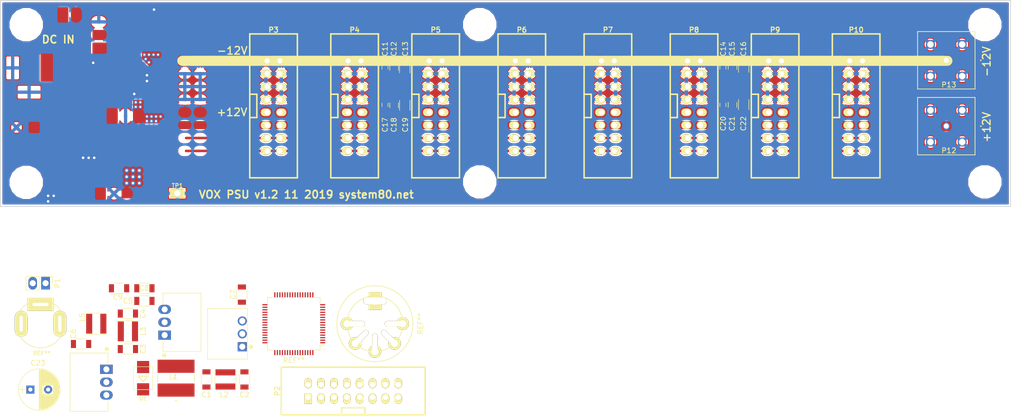
<source format=kicad_pcb>
(kicad_pcb (version 4) (host pcbnew 4.0.2-stable)
  (layers (0 F.Cu signal) (1 In1.Cu signal) (2 In2.Cu signal) (31 B.Cu signal) (34 B.Paste user) (35 F.Paste user) (36 B.SilkS user) (37 F.SilkS user) (38 B.Mask user) (39 F.Mask user) (44 Edge.Cuts user))
  (net 0 "")
  (net 1 GND)
  (net 2 "Net-(C1-Pad1)")
  (net 3 "Net-(C2-Pad1)")
  (net 4 "Net-(C3-Pad1)")
  (net 5 "Net-(C4-Pad2)")
  (net 6 "Net-(C6-Pad2)")
  (net 7 +12V)
  (net 8 -12V)
  (net 9 +5V)
  (net 10 "Net-(CON1-Pad1)")
  (net 11 "Net-(D1-Pad2)")
  (net 12 /CV)
  (net 13 /GATE)
  (module MyModules:CUI_VXO780XX-500 (layer F.Cu) (at 80.75 142 270)
    (fp_text reference U3 hide)
    (fp_text value VX078-500 hide)
    (pad 1 thru_hole rect (at 2.54 -5.08 270) (size 1.8 1.8) (drill 1.2) (layers *.Cu *.Mask) (net 3 "Net-(C2-Pad1)"))
    (pad 2 thru_hole circle (at 0 -5.08 270) (size 1.8 1.8) (drill 1.2) (layers *.Cu *.Mask) (net 1 GND))
    (pad 3 thru_hole circle (at -2.54 -5.08 270) (size 1.8 1.8) (drill 1.2) (layers *.Cu *.Mask) (net 9 +5V))
  )
  (module Capacitors_SMD:C_1206 (layer F.Cu) (at 85.75 134.25 90)
    (fp_text reference C7 (at 0 -1.75 90) (layer F.SilkS))
    (fp_text value 22µF)
    (pad 1 smd rect (at -1.5 0 90) (size 1 1.6) (layers F.Cu F.Paste F.Mask) (net 9 +5V))
    (pad 2 smd rect (at 1.5 0 90) (size 1 1.6) (layers F.Cu F.Paste F.Mask) (net 1 GND))
  )
  (module MyModules:HOLE-M3 (layer F.Cu) (at 239.9 111.7)
    (fp_text reference HOLE-M3 hide)
    (fp_text value VAL** hide)
    (pad "" np_thru_hole circle (at -107.2 0.3) (size 3.1 3.1) (drill 3.1) (layers *.Cu *.Mask F.SilkS) (clearance 1.75))
  )
  (module MyModules:HOLE-M3 (layer F.Cu) (at 132.7 80.96)
    (fp_text reference HOLE-M3 hide)
    (fp_text value VAL** hide)
    (pad "" np_thru_hole circle (at 0 0) (size 3.1 3.1) (drill 3.1) (layers *.Cu *.Mask F.SilkS) (clearance 1.75))
  )
  (module MyModules:HOLE-M3 (layer F.Cu) (at 232.41 80.96)
    (fp_text reference HOLE-M3 hide)
    (fp_text value VAL** hide)
    (pad "" np_thru_hole circle (at 0 0) (size 3.1 3.1) (drill 3.1) (layers *.Cu *.Mask F.SilkS) (clearance 1.75))
  )
  (module MyModules:HOLE-M3 (layer F.Cu) (at 232.41 112)
    (fp_text reference HOLE-M3 hide)
    (fp_text value VAL** hide)
    (pad "" np_thru_hole circle (at 0 0) (size 3.1 3.1) (drill 3.1) (layers *.Cu *.Mask F.SilkS) (clearance 1.75))
  )
  (module Capacitors_SMD:C_1206 (layer F.Cu) (at 78.75 151 90)
    (fp_text reference C1 (at -3 0 180) (layer F.SilkS))
    (fp_text value 4.7µ)
    (pad 1 smd rect (at -1.5 0 90) (size 1 1.6) (layers F.Cu F.Paste F.Mask) (net 2 "Net-(C1-Pad1)"))
    (pad 2 smd rect (at 1.5 0 90) (size 1 1.6) (layers F.Cu F.Paste F.Mask) (net 1 GND))
  )
  (module Capacitors_SMD:C_1206 (layer F.Cu) (at 86.25 151 270)
    (fp_text reference C2 (at 3 0 360) (layer F.SilkS))
    (fp_text value " 10µ")
    (pad 1 smd rect (at -1.5 0 270) (size 1 1.6) (layers F.Cu F.Paste F.Mask) (net 3 "Net-(C2-Pad1)"))
    (pad 2 smd rect (at 1.5 0 270) (size 1 1.6) (layers F.Cu F.Paste F.Mask) (net 1 GND))
  )
  (module Capacitors_SMD:C_1206 (layer F.Cu) (at 63.25 145 180)
    (fp_text reference C3 (at -3 0 270) (layer F.SilkS))
    (fp_text value " 10µ")
    (pad 1 smd rect (at -1.5 0 180) (size 1 1.6) (layers F.Cu F.Paste F.Mask) (net 4 "Net-(C3-Pad1)"))
    (pad 2 smd rect (at 1.5 0 180) (size 1 1.6) (layers F.Cu F.Paste F.Mask) (net 1 GND))
  )
  (module Capacitors_SMD:C_1206 (layer F.Cu) (at 63.25 138 180)
    (fp_text reference C4 (at -3 0 270) (layer F.SilkS))
    (fp_text value " 10µ")
    (pad 1 smd rect (at -1.5 0 180) (size 1 1.6) (layers F.Cu F.Paste F.Mask) (net 1 GND))
    (pad 2 smd rect (at 1.5 0 180) (size 1 1.6) (layers F.Cu F.Paste F.Mask) (net 5 "Net-(C4-Pad2)"))
  )
  (module Capacitors_SMD:C_1206 (layer F.Cu) (at 66.5 135.5 180)
    (fp_text reference C5 (at 3.25 0 180) (layer F.SilkS))
    (fp_text value 22µF)
    (pad 1 smd rect (at -1.5 0 180) (size 1 1.6) (layers F.Cu F.Paste F.Mask) (net 7 +12V))
    (pad 2 smd rect (at 1.5 0 180) (size 1 1.6) (layers F.Cu F.Paste F.Mask) (net 1 GND))
  )
  (module Capacitors_SMD:C_1206 (layer F.Cu) (at 54 144)
    (fp_text reference C6 (at -1.5 -2 90) (layer F.SilkS))
    (fp_text value 22µF)
    (pad 1 smd rect (at -1.5 0) (size 1 1.6) (layers F.Cu F.Paste F.Mask) (net 1 GND))
    (pad 2 smd rect (at 1.5 0) (size 1 1.6) (layers F.Cu F.Paste F.Mask) (net 6 "Net-(C6-Pad2)"))
  )
  (module Capacitors_SMD:C_1206 (layer F.Cu) (at 66.5 133 180)
    (fp_text reference C8 (at 0 0 180) (layer F.SilkS))
    (fp_text value 22µF)
    (pad 1 smd rect (at -1.5 0 180) (size 1 1.6) (layers F.Cu F.Paste F.Mask) (net 7 +12V))
    (pad 2 smd rect (at 1.5 0 180) (size 1 1.6) (layers F.Cu F.Paste F.Mask) (net 1 GND))
  )
  (module Capacitors_SMD:C_1206 (layer F.Cu) (at 61.5 133 180)
    (fp_text reference C9 (at 0.25 -1.75 360) (layer F.SilkS))
    (fp_text value 22µF)
    (pad 1 smd rect (at -1.5 0 180) (size 1 1.6) (layers F.Cu F.Paste F.Mask) (net 1 GND))
    (pad 2 smd rect (at 1.5 0 180) (size 1 1.6) (layers F.Cu F.Paste F.Mask) (net 8 -12V))
  )
  (module MyModules:SMB-1C2A (layer F.Cu) (at 66.25 150.75 90)
    (fp_text reference D1 (at -4 0 180) (layer F.SilkS) (effects (font (size 0.8 0.8))))
    (fp_text value MBRS240LT3G hide)
    (pad 2 smd rect (at 2.19964 0 90) (size 2.39776 2.39776) (layers F.Cu F.Paste F.Mask) (net 11 "Net-(D1-Pad2)"))
    (pad 1 smd rect (at -2.19964 0 90) (size 2.39776 2.39776) (layers F.Cu F.Paste F.Mask) (net 2 "Net-(C1-Pad1)"))
  )
  (module MyModules:TEST_POINT_LOOP_4592 (layer F.Cu) (at 73 114.25)
    (fp_text reference TP1 (at 0 -1.5) (layer F.SilkS) (effects (font (size 0.8128 0.8128) (thickness 0.1524))))
    (fp_text value CONN_1 hide)
    (pad 1 thru_hole rect (at 0 0) (size 2.8 1.6) (drill 1.19) (layers *.Cu *.Mask F.SilkS) (net 1 GND))
  )
  (module w_conn_strip:vasch_strip_8x2 (layer F.Cu) (at 191 97 270)
    (fp_text reference P9 (at -15 0 360) (layer F.SilkS) (effects (font (thickness 0.2032))))
    (fp_text value CONN_02X08 hide)
    (pad 16 thru_hole oval (at 8.89 -1.27 270) (size 1.5 2) (drill 1 (offset 0 -0.25)) (layers *.Cu *.Mask F.SilkS) (net 13 /GATE))
    (pad 15 thru_hole oval (at 8.89 1.27 270) (size 1.5 2) (drill 1 (offset 0 0.25)) (layers *.Cu *.Mask F.SilkS) (net 13 /GATE))
    (pad 13 thru_hole oval (at 6.35 1.27 270) (size 1.5 2) (drill 1 (offset 0 0.25)) (layers *.Cu *.Mask F.SilkS) (net 12 /CV))
    (pad 14 thru_hole oval (at 6.35 -1.27 270) (size 1.5 2) (drill 1 (offset 0 -0.25)) (layers *.Cu *.Mask F.SilkS) (net 12 /CV))
    (pad 12 thru_hole oval (at 3.81 -1.27 270) (size 1.5 2) (drill 1 (offset 0 -0.25)) (layers *.Cu *.Mask F.SilkS) (net 9 +5V))
    (pad 11 thru_hole oval (at 3.81 1.27 270) (size 1.5 2) (drill 1 (offset 0 0.25)) (layers *.Cu *.Mask F.SilkS) (net 9 +5V))
    (pad 9 thru_hole oval (at 1.27 1.27 270) (size 1.5 2) (drill 1 (offset 0 0.25)) (layers *.Cu *.Mask F.SilkS) (net 7 +12V))
    (pad 10 thru_hole oval (at 1.27 -1.27 270) (size 1.5 2) (drill 1 (offset 0 -0.25)) (layers *.Cu *.Mask F.SilkS) (net 7 +12V))
    (pad 8 thru_hole oval (at -1.27 -1.27 270) (size 1.5 2) (drill 1 (offset 0 -0.25)) (layers *.Cu *.Mask F.SilkS) (net 1 GND))
    (pad 7 thru_hole oval (at -1.27 1.27 270) (size 1.5 2) (drill 1 (offset 0 0.25)) (layers *.Cu *.Mask F.SilkS) (net 1 GND))
    (pad 1 thru_hole rect (at -8.89 1.27 270) (size 1.5 2) (drill 1 (offset 0 0.25)) (layers *.Cu *.Mask F.SilkS) (net 8 -12V))
    (pad 2 thru_hole oval (at -8.89 -1.27 270) (size 1.5 2) (drill 1 (offset 0 -0.25)) (layers *.Cu *.Mask F.SilkS) (net 8 -12V))
    (pad 3 thru_hole oval (at -6.35 1.27 270) (size 1.5 2) (drill 1 (offset 0 0.25)) (layers *.Cu *.Mask F.SilkS) (net 1 GND))
    (pad 4 thru_hole oval (at -6.35 -1.27 270) (size 1.5 2) (drill 1 (offset 0 -0.25)) (layers *.Cu *.Mask F.SilkS) (net 1 GND))
    (pad 5 thru_hole oval (at -3.81 1.27 270) (size 1.5 2) (drill 1 (offset 0 0.25)) (layers *.Cu *.Mask F.SilkS) (net 1 GND))
    (pad 6 thru_hole oval (at -3.81 -1.27 270) (size 1.5 2) (drill 1 (offset 0 -0.25)) (layers *.Cu *.Mask F.SilkS) (net 1 GND))
  )
  (module w_conn_strip:vasch_strip_8x2 (layer F.Cu) (at 175 97 270)
    (fp_text reference P8 (at -15 0 360) (layer F.SilkS) (effects (font (thickness 0.2032))))
    (fp_text value CONN_02X08 hide)
    (pad 16 thru_hole oval (at 8.89 -1.27 270) (size 1.5 2) (drill 1 (offset 0 -0.25)) (layers *.Cu *.Mask F.SilkS) (net 13 /GATE))
    (pad 15 thru_hole oval (at 8.89 1.27 270) (size 1.5 2) (drill 1 (offset 0 0.25)) (layers *.Cu *.Mask F.SilkS) (net 13 /GATE))
    (pad 13 thru_hole oval (at 6.35 1.27 270) (size 1.5 2) (drill 1 (offset 0 0.25)) (layers *.Cu *.Mask F.SilkS) (net 12 /CV))
    (pad 14 thru_hole oval (at 6.35 -1.27 270) (size 1.5 2) (drill 1 (offset 0 -0.25)) (layers *.Cu *.Mask F.SilkS) (net 12 /CV))
    (pad 12 thru_hole oval (at 3.81 -1.27 270) (size 1.5 2) (drill 1 (offset 0 -0.25)) (layers *.Cu *.Mask F.SilkS) (net 9 +5V))
    (pad 11 thru_hole oval (at 3.81 1.27 270) (size 1.5 2) (drill 1 (offset 0 0.25)) (layers *.Cu *.Mask F.SilkS) (net 9 +5V))
    (pad 9 thru_hole oval (at 1.27 1.27 270) (size 1.5 2) (drill 1 (offset 0 0.25)) (layers *.Cu *.Mask F.SilkS) (net 7 +12V))
    (pad 10 thru_hole oval (at 1.27 -1.27 270) (size 1.5 2) (drill 1 (offset 0 -0.25)) (layers *.Cu *.Mask F.SilkS) (net 7 +12V))
    (pad 8 thru_hole oval (at -1.27 -1.27 270) (size 1.5 2) (drill 1 (offset 0 -0.25)) (layers *.Cu *.Mask F.SilkS) (net 1 GND))
    (pad 7 thru_hole oval (at -1.27 1.27 270) (size 1.5 2) (drill 1 (offset 0 0.25)) (layers *.Cu *.Mask F.SilkS) (net 1 GND))
    (pad 1 thru_hole rect (at -8.89 1.27 270) (size 1.5 2) (drill 1 (offset 0 0.25)) (layers *.Cu *.Mask F.SilkS) (net 8 -12V))
    (pad 2 thru_hole oval (at -8.89 -1.27 270) (size 1.5 2) (drill 1 (offset 0 -0.25)) (layers *.Cu *.Mask F.SilkS) (net 8 -12V))
    (pad 3 thru_hole oval (at -6.35 1.27 270) (size 1.5 2) (drill 1 (offset 0 0.25)) (layers *.Cu *.Mask F.SilkS) (net 1 GND))
    (pad 4 thru_hole oval (at -6.35 -1.27 270) (size 1.5 2) (drill 1 (offset 0 -0.25)) (layers *.Cu *.Mask F.SilkS) (net 1 GND))
    (pad 5 thru_hole oval (at -3.81 1.27 270) (size 1.5 2) (drill 1 (offset 0 0.25)) (layers *.Cu *.Mask F.SilkS) (net 1 GND))
    (pad 6 thru_hole oval (at -3.81 -1.27 270) (size 1.5 2) (drill 1 (offset 0 -0.25)) (layers *.Cu *.Mask F.SilkS) (net 1 GND))
  )
  (module w_conn_strip:vasch_strip_8x2 (layer F.Cu) (at 158 97 270)
    (fp_text reference P7 (at -15 0 360) (layer F.SilkS) (effects (font (thickness 0.2032))))
    (fp_text value CONN_02X08 hide)
    (pad 16 thru_hole oval (at 8.89 -1.27 270) (size 1.5 2) (drill 1 (offset 0 -0.25)) (layers *.Cu *.Mask F.SilkS) (net 13 /GATE))
    (pad 15 thru_hole oval (at 8.89 1.27 270) (size 1.5 2) (drill 1 (offset 0 0.25)) (layers *.Cu *.Mask F.SilkS) (net 13 /GATE))
    (pad 13 thru_hole oval (at 6.35 1.27 270) (size 1.5 2) (drill 1 (offset 0 0.25)) (layers *.Cu *.Mask F.SilkS) (net 12 /CV))
    (pad 14 thru_hole oval (at 6.35 -1.27 270) (size 1.5 2) (drill 1 (offset 0 -0.25)) (layers *.Cu *.Mask F.SilkS) (net 12 /CV))
    (pad 12 thru_hole oval (at 3.81 -1.27 270) (size 1.5 2) (drill 1 (offset 0 -0.25)) (layers *.Cu *.Mask F.SilkS) (net 9 +5V))
    (pad 11 thru_hole oval (at 3.81 1.27 270) (size 1.5 2) (drill 1 (offset 0 0.25)) (layers *.Cu *.Mask F.SilkS) (net 9 +5V))
    (pad 9 thru_hole oval (at 1.27 1.27 270) (size 1.5 2) (drill 1 (offset 0 0.25)) (layers *.Cu *.Mask F.SilkS) (net 7 +12V))
    (pad 10 thru_hole oval (at 1.27 -1.27 270) (size 1.5 2) (drill 1 (offset 0 -0.25)) (layers *.Cu *.Mask F.SilkS) (net 7 +12V))
    (pad 8 thru_hole oval (at -1.27 -1.27 270) (size 1.5 2) (drill 1 (offset 0 -0.25)) (layers *.Cu *.Mask F.SilkS) (net 1 GND))
    (pad 7 thru_hole oval (at -1.27 1.27 270) (size 1.5 2) (drill 1 (offset 0 0.25)) (layers *.Cu *.Mask F.SilkS) (net 1 GND))
    (pad 1 thru_hole rect (at -8.89 1.27 270) (size 1.5 2) (drill 1 (offset 0 0.25)) (layers *.Cu *.Mask F.SilkS) (net 8 -12V))
    (pad 2 thru_hole oval (at -8.89 -1.27 270) (size 1.5 2) (drill 1 (offset 0 -0.25)) (layers *.Cu *.Mask F.SilkS) (net 8 -12V))
    (pad 3 thru_hole oval (at -6.35 1.27 270) (size 1.5 2) (drill 1 (offset 0 0.25)) (layers *.Cu *.Mask F.SilkS) (net 1 GND))
    (pad 4 thru_hole oval (at -6.35 -1.27 270) (size 1.5 2) (drill 1 (offset 0 -0.25)) (layers *.Cu *.Mask F.SilkS) (net 1 GND))
    (pad 5 thru_hole oval (at -3.81 1.27 270) (size 1.5 2) (drill 1 (offset 0 0.25)) (layers *.Cu *.Mask F.SilkS) (net 1 GND))
    (pad 6 thru_hole oval (at -3.81 -1.27 270) (size 1.5 2) (drill 1 (offset 0 -0.25)) (layers *.Cu *.Mask F.SilkS) (net 1 GND))
  )
  (module w_conn_strip:vasch_strip_8x2 (layer F.Cu) (at 141 97 270)
    (fp_text reference P6 (at -15 0 360) (layer F.SilkS) (effects (font (thickness 0.2032))))
    (fp_text value CONN_02X08 hide)
    (pad 16 thru_hole oval (at 8.89 -1.27 270) (size 1.5 2) (drill 1 (offset 0 -0.25)) (layers *.Cu *.Mask F.SilkS) (net 13 /GATE))
    (pad 15 thru_hole oval (at 8.89 1.27 270) (size 1.5 2) (drill 1 (offset 0 0.25)) (layers *.Cu *.Mask F.SilkS) (net 13 /GATE))
    (pad 13 thru_hole oval (at 6.35 1.27 270) (size 1.5 2) (drill 1 (offset 0 0.25)) (layers *.Cu *.Mask F.SilkS) (net 12 /CV))
    (pad 14 thru_hole oval (at 6.35 -1.27 270) (size 1.5 2) (drill 1 (offset 0 -0.25)) (layers *.Cu *.Mask F.SilkS) (net 12 /CV))
    (pad 12 thru_hole oval (at 3.81 -1.27 270) (size 1.5 2) (drill 1 (offset 0 -0.25)) (layers *.Cu *.Mask F.SilkS) (net 9 +5V))
    (pad 11 thru_hole oval (at 3.81 1.27 270) (size 1.5 2) (drill 1 (offset 0 0.25)) (layers *.Cu *.Mask F.SilkS) (net 9 +5V))
    (pad 9 thru_hole oval (at 1.27 1.27 270) (size 1.5 2) (drill 1 (offset 0 0.25)) (layers *.Cu *.Mask F.SilkS) (net 7 +12V))
    (pad 10 thru_hole oval (at 1.27 -1.27 270) (size 1.5 2) (drill 1 (offset 0 -0.25)) (layers *.Cu *.Mask F.SilkS) (net 7 +12V))
    (pad 8 thru_hole oval (at -1.27 -1.27 270) (size 1.5 2) (drill 1 (offset 0 -0.25)) (layers *.Cu *.Mask F.SilkS) (net 1 GND))
    (pad 7 thru_hole oval (at -1.27 1.27 270) (size 1.5 2) (drill 1 (offset 0 0.25)) (layers *.Cu *.Mask F.SilkS) (net 1 GND))
    (pad 1 thru_hole rect (at -8.89 1.27 270) (size 1.5 2) (drill 1 (offset 0 0.25)) (layers *.Cu *.Mask F.SilkS) (net 8 -12V))
    (pad 2 thru_hole oval (at -8.89 -1.27 270) (size 1.5 2) (drill 1 (offset 0 -0.25)) (layers *.Cu *.Mask F.SilkS) (net 8 -12V))
    (pad 3 thru_hole oval (at -6.35 1.27 270) (size 1.5 2) (drill 1 (offset 0 0.25)) (layers *.Cu *.Mask F.SilkS) (net 1 GND))
    (pad 4 thru_hole oval (at -6.35 -1.27 270) (size 1.5 2) (drill 1 (offset 0 -0.25)) (layers *.Cu *.Mask F.SilkS) (net 1 GND))
    (pad 5 thru_hole oval (at -3.81 1.27 270) (size 1.5 2) (drill 1 (offset 0 0.25)) (layers *.Cu *.Mask F.SilkS) (net 1 GND))
    (pad 6 thru_hole oval (at -3.81 -1.27 270) (size 1.5 2) (drill 1 (offset 0 -0.25)) (layers *.Cu *.Mask F.SilkS) (net 1 GND))
  )
  (module w_conn_strip:vasch_strip_8x2 (layer F.Cu) (at 124 97 270)
    (fp_text reference P5 (at -15 0 360) (layer F.SilkS) (effects (font (thickness 0.2032))))
    (fp_text value CONN_02X08 hide)
    (pad 16 thru_hole oval (at 8.89 -1.27 270) (size 1.5 2) (drill 1 (offset 0 -0.25)) (layers *.Cu *.Mask F.SilkS) (net 13 /GATE))
    (pad 15 thru_hole oval (at 8.89 1.27 270) (size 1.5 2) (drill 1 (offset 0 0.25)) (layers *.Cu *.Mask F.SilkS) (net 13 /GATE))
    (pad 13 thru_hole oval (at 6.35 1.27 270) (size 1.5 2) (drill 1 (offset 0 0.25)) (layers *.Cu *.Mask F.SilkS) (net 12 /CV))
    (pad 14 thru_hole oval (at 6.35 -1.27 270) (size 1.5 2) (drill 1 (offset 0 -0.25)) (layers *.Cu *.Mask F.SilkS) (net 12 /CV))
    (pad 12 thru_hole oval (at 3.81 -1.27 270) (size 1.5 2) (drill 1 (offset 0 -0.25)) (layers *.Cu *.Mask F.SilkS) (net 9 +5V))
    (pad 11 thru_hole oval (at 3.81 1.27 270) (size 1.5 2) (drill 1 (offset 0 0.25)) (layers *.Cu *.Mask F.SilkS) (net 9 +5V))
    (pad 9 thru_hole oval (at 1.27 1.27 270) (size 1.5 2) (drill 1 (offset 0 0.25)) (layers *.Cu *.Mask F.SilkS) (net 7 +12V))
    (pad 10 thru_hole oval (at 1.27 -1.27 270) (size 1.5 2) (drill 1 (offset 0 -0.25)) (layers *.Cu *.Mask F.SilkS) (net 7 +12V))
    (pad 8 thru_hole oval (at -1.27 -1.27 270) (size 1.5 2) (drill 1 (offset 0 -0.25)) (layers *.Cu *.Mask F.SilkS) (net 1 GND))
    (pad 7 thru_hole oval (at -1.27 1.27 270) (size 1.5 2) (drill 1 (offset 0 0.25)) (layers *.Cu *.Mask F.SilkS) (net 1 GND))
    (pad 1 thru_hole rect (at -8.89 1.27 270) (size 1.5 2) (drill 1 (offset 0 0.25)) (layers *.Cu *.Mask F.SilkS) (net 8 -12V))
    (pad 2 thru_hole oval (at -8.89 -1.27 270) (size 1.5 2) (drill 1 (offset 0 -0.25)) (layers *.Cu *.Mask F.SilkS) (net 8 -12V))
    (pad 3 thru_hole oval (at -6.35 1.27 270) (size 1.5 2) (drill 1 (offset 0 0.25)) (layers *.Cu *.Mask F.SilkS) (net 1 GND))
    (pad 4 thru_hole oval (at -6.35 -1.27 270) (size 1.5 2) (drill 1 (offset 0 -0.25)) (layers *.Cu *.Mask F.SilkS) (net 1 GND))
    (pad 5 thru_hole oval (at -3.81 1.27 270) (size 1.5 2) (drill 1 (offset 0 0.25)) (layers *.Cu *.Mask F.SilkS) (net 1 GND))
    (pad 6 thru_hole oval (at -3.81 -1.27 270) (size 1.5 2) (drill 1 (offset 0 -0.25)) (layers *.Cu *.Mask F.SilkS) (net 1 GND))
  )
  (module w_conn_strip:vasch_strip_8x2 (layer F.Cu) (at 108 97 270)
    (fp_text reference P4 (at -15 0 360) (layer F.SilkS) (effects (font (thickness 0.2032))))
    (fp_text value CONN_02X08 hide)
    (pad 16 thru_hole oval (at 8.89 -1.27 270) (size 1.5 2) (drill 1 (offset 0 -0.25)) (layers *.Cu *.Mask F.SilkS) (net 13 /GATE))
    (pad 15 thru_hole oval (at 8.89 1.27 270) (size 1.5 2) (drill 1 (offset 0 0.25)) (layers *.Cu *.Mask F.SilkS) (net 13 /GATE))
    (pad 13 thru_hole oval (at 6.35 1.27 270) (size 1.5 2) (drill 1 (offset 0 0.25)) (layers *.Cu *.Mask F.SilkS) (net 12 /CV))
    (pad 14 thru_hole oval (at 6.35 -1.27 270) (size 1.5 2) (drill 1 (offset 0 -0.25)) (layers *.Cu *.Mask F.SilkS) (net 12 /CV))
    (pad 12 thru_hole oval (at 3.81 -1.27 270) (size 1.5 2) (drill 1 (offset 0 -0.25)) (layers *.Cu *.Mask F.SilkS) (net 9 +5V))
    (pad 11 thru_hole oval (at 3.81 1.27 270) (size 1.5 2) (drill 1 (offset 0 0.25)) (layers *.Cu *.Mask F.SilkS) (net 9 +5V))
    (pad 9 thru_hole oval (at 1.27 1.27 270) (size 1.5 2) (drill 1 (offset 0 0.25)) (layers *.Cu *.Mask F.SilkS) (net 7 +12V))
    (pad 10 thru_hole oval (at 1.27 -1.27 270) (size 1.5 2) (drill 1 (offset 0 -0.25)) (layers *.Cu *.Mask F.SilkS) (net 7 +12V))
    (pad 8 thru_hole oval (at -1.27 -1.27 270) (size 1.5 2) (drill 1 (offset 0 -0.25)) (layers *.Cu *.Mask F.SilkS) (net 1 GND))
    (pad 7 thru_hole oval (at -1.27 1.27 270) (size 1.5 2) (drill 1 (offset 0 0.25)) (layers *.Cu *.Mask F.SilkS) (net 1 GND))
    (pad 1 thru_hole rect (at -8.89 1.27 270) (size 1.5 2) (drill 1 (offset 0 0.25)) (layers *.Cu *.Mask F.SilkS) (net 8 -12V))
    (pad 2 thru_hole oval (at -8.89 -1.27 270) (size 1.5 2) (drill 1 (offset 0 -0.25)) (layers *.Cu *.Mask F.SilkS) (net 8 -12V))
    (pad 3 thru_hole oval (at -6.35 1.27 270) (size 1.5 2) (drill 1 (offset 0 0.25)) (layers *.Cu *.Mask F.SilkS) (net 1 GND))
    (pad 4 thru_hole oval (at -6.35 -1.27 270) (size 1.5 2) (drill 1 (offset 0 -0.25)) (layers *.Cu *.Mask F.SilkS) (net 1 GND))
    (pad 5 thru_hole oval (at -3.81 1.27 270) (size 1.5 2) (drill 1 (offset 0 0.25)) (layers *.Cu *.Mask F.SilkS) (net 1 GND))
    (pad 6 thru_hole oval (at -3.81 -1.27 270) (size 1.5 2) (drill 1 (offset 0 -0.25)) (layers *.Cu *.Mask F.SilkS) (net 1 GND))
  )
  (module w_conn_strip:vasch_strip_8x2 (layer F.Cu) (at 92 97 270)
    (fp_text reference P3 (at -15 0 360) (layer F.SilkS) (effects (font (thickness 0.2032))))
    (fp_text value CONN_02X08 hide)
    (pad 16 thru_hole oval (at 8.89 -1.27 270) (size 1.5 2) (drill 1 (offset 0 -0.25)) (layers *.Cu *.Mask F.SilkS) (net 13 /GATE))
    (pad 15 thru_hole oval (at 8.89 1.27 270) (size 1.5 2) (drill 1 (offset 0 0.25)) (layers *.Cu *.Mask F.SilkS) (net 13 /GATE))
    (pad 13 thru_hole oval (at 6.35 1.27 270) (size 1.5 2) (drill 1 (offset 0 0.25)) (layers *.Cu *.Mask F.SilkS) (net 12 /CV))
    (pad 14 thru_hole oval (at 6.35 -1.27 270) (size 1.5 2) (drill 1 (offset 0 -0.25)) (layers *.Cu *.Mask F.SilkS) (net 12 /CV))
    (pad 12 thru_hole oval (at 3.81 -1.27 270) (size 1.5 2) (drill 1 (offset 0 -0.25)) (layers *.Cu *.Mask F.SilkS) (net 9 +5V))
    (pad 11 thru_hole oval (at 3.81 1.27 270) (size 1.5 2) (drill 1 (offset 0 0.25)) (layers *.Cu *.Mask F.SilkS) (net 9 +5V))
    (pad 9 thru_hole oval (at 1.27 1.27 270) (size 1.5 2) (drill 1 (offset 0 0.25)) (layers *.Cu *.Mask F.SilkS) (net 7 +12V))
    (pad 10 thru_hole oval (at 1.27 -1.27 270) (size 1.5 2) (drill 1 (offset 0 -0.25)) (layers *.Cu *.Mask F.SilkS) (net 7 +12V))
    (pad 8 thru_hole oval (at -1.27 -1.27 270) (size 1.5 2) (drill 1 (offset 0 -0.25)) (layers *.Cu *.Mask F.SilkS) (net 1 GND))
    (pad 7 thru_hole oval (at -1.27 1.27 270) (size 1.5 2) (drill 1 (offset 0 0.25)) (layers *.Cu *.Mask F.SilkS) (net 1 GND))
    (pad 1 thru_hole rect (at -8.89 1.27 270) (size 1.5 2) (drill 1 (offset 0 0.25)) (layers *.Cu *.Mask F.SilkS) (net 8 -12V))
    (pad 2 thru_hole oval (at -8.89 -1.27 270) (size 1.5 2) (drill 1 (offset 0 -0.25)) (layers *.Cu *.Mask F.SilkS) (net 8 -12V))
    (pad 3 thru_hole oval (at -6.35 1.27 270) (size 1.5 2) (drill 1 (offset 0 0.25)) (layers *.Cu *.Mask F.SilkS) (net 1 GND))
    (pad 4 thru_hole oval (at -6.35 -1.27 270) (size 1.5 2) (drill 1 (offset 0 -0.25)) (layers *.Cu *.Mask F.SilkS) (net 1 GND))
    (pad 5 thru_hole oval (at -3.81 1.27 270) (size 1.5 2) (drill 1 (offset 0 0.25)) (layers *.Cu *.Mask F.SilkS) (net 1 GND))
    (pad 6 thru_hole oval (at -3.81 -1.27 270) (size 1.5 2) (drill 1 (offset 0 -0.25)) (layers *.Cu *.Mask F.SilkS) (net 1 GND))
  )
  (module Inductors_SMD:L_Taiyo-Yuden_NR-40xx (layer F.Cu) (at 82.5 151 90)
    (fp_text reference L2 (at -3 -0.25 180) (layer F.SilkS))
    (fp_text value 10µH)
    (pad 1 smd rect (at -1.4 0 90) (size 1.2 3.9) (layers F.Cu F.Paste F.Mask) (net 2 "Net-(C1-Pad1)"))
    (pad 2 smd rect (at 1.4 0 90) (size 1.2 3.9) (layers F.Cu F.Paste F.Mask) (net 3 "Net-(C2-Pad1)"))
  )
  (module Inductors_SMD:L_Taiyo-Yuden_NR-40xx (layer F.Cu) (at 63.25 141.5 180)
    (fp_text reference L3 (at -3 0 270) (layer F.SilkS))
    (fp_text value 10µH)
    (pad 1 smd rect (at -1.4 0 180) (size 1.2 3.9) (layers F.Cu F.Paste F.Mask) (net 4 "Net-(C3-Pad1)"))
    (pad 2 smd rect (at 1.4 0 180) (size 1.2 3.9) (layers F.Cu F.Paste F.Mask) (net 5 "Net-(C4-Pad2)"))
  )
  (module Pin_Headers:Pin_Header_Straight_1x02_Pitch2.54mm (layer F.Cu) (at 47 132 270)
    (fp_text reference P1 (at 0 -2.33 270) (layer F.SilkS))
    (fp_text value CONN_01X02)
    (pad 1 thru_hole rect (at 0 0 270) (size 2.5 1.7) (drill 1.2) (layers *.Cu *.Mask) (net 10 "Net-(CON1-Pad1)"))
    (pad 2 thru_hole oval (at 0 2.54 270) (size 2.5 1.7) (drill 1.2) (layers *.Cu *.Mask) (net 11 "Net-(D1-Pad2)"))
  )
  (module Inductors_SMD:L_Taiyo-Yuden_NR-40xx (layer F.Cu) (at 57 140)
    (fp_text reference L5 (at -2.75 -1.25 90) (layer F.SilkS))
    (fp_text value 10µH)
    (pad 1 smd rect (at -1.4 0) (size 1.2 3.9) (layers F.Cu F.Paste F.Mask) (net 6 "Net-(C6-Pad2)"))
    (pad 2 smd rect (at 1.4 0) (size 1.2 3.9) (layers F.Cu F.Paste F.Mask) (net 8 -12V))
  )
  (module w_conn_strip:vasch_strip_8x2 (layer F.Cu) (at 107.73 153.27)
    (fp_text reference P2 (at -15 0 90) (layer F.SilkS) (effects (font (thickness 0.2032))))
    (fp_text value CONN_02X08 hide)
    (pad 16 thru_hole oval (at 8.89 -1.27) (size 1.5 2) (drill 1 (offset 0 -0.25)) (layers *.Cu *.Mask F.SilkS) (net 13 /GATE))
    (pad 15 thru_hole oval (at 8.89 1.27) (size 1.5 2) (drill 1 (offset 0 0.25)) (layers *.Cu *.Mask F.SilkS) (net 13 /GATE))
    (pad 13 thru_hole oval (at 6.35 1.27) (size 1.5 2) (drill 1 (offset 0 0.25)) (layers *.Cu *.Mask F.SilkS) (net 12 /CV))
    (pad 14 thru_hole oval (at 6.35 -1.27) (size 1.5 2) (drill 1 (offset 0 -0.25)) (layers *.Cu *.Mask F.SilkS) (net 12 /CV))
    (pad 12 thru_hole oval (at 3.81 -1.27) (size 1.5 2) (drill 1 (offset 0 -0.25)) (layers *.Cu *.Mask F.SilkS) (net 9 +5V))
    (pad 11 thru_hole oval (at 3.81 1.27) (size 1.5 2) (drill 1 (offset 0 0.25)) (layers *.Cu *.Mask F.SilkS) (net 9 +5V))
    (pad 9 thru_hole oval (at 1.27 1.27) (size 1.5 2) (drill 1 (offset 0 0.25)) (layers *.Cu *.Mask F.SilkS) (net 7 +12V))
    (pad 10 thru_hole oval (at 1.27 -1.27) (size 1.5 2) (drill 1 (offset 0 -0.25)) (layers *.Cu *.Mask F.SilkS) (net 7 +12V))
    (pad 8 thru_hole oval (at -1.27 -1.27) (size 1.5 2) (drill 1 (offset 0 -0.25)) (layers *.Cu *.Mask F.SilkS) (net 1 GND))
    (pad 7 thru_hole oval (at -1.27 1.27) (size 1.5 2) (drill 1 (offset 0 0.25)) (layers *.Cu *.Mask F.SilkS) (net 1 GND))
    (pad 1 thru_hole rect (at -8.89 1.27) (size 1.5 2) (drill 1 (offset 0 0.25)) (layers *.Cu *.Mask F.SilkS) (net 8 -12V))
    (pad 2 thru_hole oval (at -8.89 -1.27) (size 1.5 2) (drill 1 (offset 0 -0.25)) (layers *.Cu *.Mask F.SilkS) (net 8 -12V))
    (pad 3 thru_hole oval (at -6.35 1.27) (size 1.5 2) (drill 1 (offset 0 0.25)) (layers *.Cu *.Mask F.SilkS) (net 1 GND))
    (pad 4 thru_hole oval (at -6.35 -1.27) (size 1.5 2) (drill 1 (offset 0 -0.25)) (layers *.Cu *.Mask F.SilkS) (net 1 GND))
    (pad 5 thru_hole oval (at -3.81 1.27) (size 1.5 2) (drill 1 (offset 0 0.25)) (layers *.Cu *.Mask F.SilkS) (net 1 GND))
    (pad 6 thru_hole oval (at -3.81 -1.27) (size 1.5 2) (drill 1 (offset 0 -0.25)) (layers *.Cu *.Mask F.SilkS) (net 1 GND))
  )
  (module w_conn_strip:vasch_strip_8x2 (layer F.Cu) (at 207 97 270)
    (fp_text reference P10 (at -15 0 360) (layer F.SilkS) (effects (font (thickness 0.2032))))
    (fp_text value CONN_02X08 hide)
    (pad 16 thru_hole oval (at 8.89 -1.27 270) (size 1.5 2) (drill 1 (offset 0 -0.25)) (layers *.Cu *.Mask F.SilkS) (net 13 /GATE))
    (pad 15 thru_hole oval (at 8.89 1.27 270) (size 1.5 2) (drill 1 (offset 0 0.25)) (layers *.Cu *.Mask F.SilkS) (net 13 /GATE))
    (pad 13 thru_hole oval (at 6.35 1.27 270) (size 1.5 2) (drill 1 (offset 0 0.25)) (layers *.Cu *.Mask F.SilkS) (net 12 /CV))
    (pad 14 thru_hole oval (at 6.35 -1.27 270) (size 1.5 2) (drill 1 (offset 0 -0.25)) (layers *.Cu *.Mask F.SilkS) (net 12 /CV))
    (pad 12 thru_hole oval (at 3.81 -1.27 270) (size 1.5 2) (drill 1 (offset 0 -0.25)) (layers *.Cu *.Mask F.SilkS) (net 9 +5V))
    (pad 11 thru_hole oval (at 3.81 1.27 270) (size 1.5 2) (drill 1 (offset 0 0.25)) (layers *.Cu *.Mask F.SilkS) (net 9 +5V))
    (pad 9 thru_hole oval (at 1.27 1.27 270) (size 1.5 2) (drill 1 (offset 0 0.25)) (layers *.Cu *.Mask F.SilkS) (net 7 +12V))
    (pad 10 thru_hole oval (at 1.27 -1.27 270) (size 1.5 2) (drill 1 (offset 0 -0.25)) (layers *.Cu *.Mask F.SilkS) (net 7 +12V))
    (pad 8 thru_hole oval (at -1.27 -1.27 270) (size 1.5 2) (drill 1 (offset 0 -0.25)) (layers *.Cu *.Mask F.SilkS) (net 1 GND))
    (pad 7 thru_hole oval (at -1.27 1.27 270) (size 1.5 2) (drill 1 (offset 0 0.25)) (layers *.Cu *.Mask F.SilkS) (net 1 GND))
    (pad 1 thru_hole rect (at -8.89 1.27 270) (size 1.5 2) (drill 1 (offset 0 0.25)) (layers *.Cu *.Mask F.SilkS) (net 8 -12V))
    (pad 2 thru_hole oval (at -8.89 -1.27 270) (size 1.5 2) (drill 1 (offset 0 -0.25)) (layers *.Cu *.Mask F.SilkS) (net 8 -12V))
    (pad 3 thru_hole oval (at -6.35 1.27 270) (size 1.5 2) (drill 1 (offset 0 0.25)) (layers *.Cu *.Mask F.SilkS) (net 1 GND))
    (pad 4 thru_hole oval (at -6.35 -1.27 270) (size 1.5 2) (drill 1 (offset 0 -0.25)) (layers *.Cu *.Mask F.SilkS) (net 1 GND))
    (pad 5 thru_hole oval (at -3.81 1.27 270) (size 1.5 2) (drill 1 (offset 0 0.25)) (layers *.Cu *.Mask F.SilkS) (net 1 GND))
    (pad 6 thru_hole oval (at -3.81 -1.27 270) (size 1.5 2) (drill 1 (offset 0 -0.25)) (layers *.Cu *.Mask F.SilkS) (net 1 GND))
  )
  (module Capacitors_SMD:C_0603 (layer F.Cu) (at 114 89.4 90)
    (fp_text reference C11 (at 3.65 0 90) (layer F.SilkS))
    (fp_text value 0.1µ)
    (pad 2 smd rect (at 0.75 0 90) (size 0.8 0.75) (layers F.Cu F.Paste F.Mask) (net 8 -12V))
    (pad 1 smd rect (at -0.75 0 90) (size 0.8 0.75) (layers F.Cu F.Paste F.Mask) (net 1 GND))
  )
  (module Capacitors_SMD:C_0805 (layer F.Cu) (at 115.8 89.5 90)
    (fp_text reference C12 (at 3.75 -0.05 90) (layer F.SilkS))
    (fp_text value 1µ)
    (pad 1 smd rect (at -1 0 90) (size 1 1.25) (layers F.Cu F.Paste F.Mask) (net 1 GND))
    (pad 2 smd rect (at 1 0 90) (size 1 1.25) (layers F.Cu F.Paste F.Mask) (net 8 -12V))
  )
  (module Capacitors_SMD:C_1206 (layer F.Cu) (at 117.9 89.5 90)
    (fp_text reference C13 (at 3.75 0.1 90) (layer F.SilkS))
    (fp_text value " 10µ")
    (pad 1 smd rect (at -1.5 0 90) (size 1 1.6) (layers F.Cu F.Paste F.Mask) (net 1 GND))
    (pad 2 smd rect (at 1.5 0 90) (size 1 1.6) (layers F.Cu F.Paste F.Mask) (net 8 -12V))
  )
  (module Capacitors_SMD:C_0603 (layer F.Cu) (at 180.7 89.4 90)
    (fp_text reference C14 (at 3.65 0.05 90) (layer F.SilkS))
    (fp_text value 0.1µ)
    (pad 2 smd rect (at 0.75 0 90) (size 0.8 0.75) (layers F.Cu F.Paste F.Mask) (net 8 -12V))
    (pad 1 smd rect (at -0.75 0 90) (size 0.8 0.75) (layers F.Cu F.Paste F.Mask) (net 1 GND))
  )
  (module Capacitors_SMD:C_0805 (layer F.Cu) (at 182.6 89.3 90)
    (fp_text reference C15 (at 3.55 -0.1 90) (layer F.SilkS))
    (fp_text value 1µ)
    (pad 1 smd rect (at -1 0 90) (size 1 1.25) (layers F.Cu F.Paste F.Mask) (net 1 GND))
    (pad 2 smd rect (at 1 0 90) (size 1 1.25) (layers F.Cu F.Paste F.Mask) (net 8 -12V))
  )
  (module Capacitors_SMD:C_1206 (layer F.Cu) (at 184.8 89.4 90)
    (fp_text reference C16 (at 3.65 -0.05 90) (layer F.SilkS))
    (fp_text value " 10µ")
    (pad 1 smd rect (at -1.5 0 90) (size 1 1.6) (layers F.Cu F.Paste F.Mask) (net 1 GND))
    (pad 2 smd rect (at 1.5 0 90) (size 1 1.6) (layers F.Cu F.Paste F.Mask) (net 8 -12V))
  )
  (module Capacitors_SMD:C_0603 (layer F.Cu) (at 114 96.8 90)
    (fp_text reference C17 (at -3.95 0 90) (layer F.SilkS))
    (fp_text value 0.1µ)
    (pad 2 smd rect (at 0.75 0 90) (size 0.8 0.75) (layers F.Cu F.Paste F.Mask) (net 1 GND))
    (pad 1 smd rect (at -0.75 0 90) (size 0.8 0.75) (layers F.Cu F.Paste F.Mask) (net 7 +12V))
  )
  (module Capacitors_SMD:C_0805 (layer F.Cu) (at 115.8 96.9 90)
    (fp_text reference C18 (at -3.85 -0.05 90) (layer F.SilkS))
    (fp_text value 1µ)
    (pad 1 smd rect (at -1 0 90) (size 1 1.25) (layers F.Cu F.Paste F.Mask) (net 7 +12V))
    (pad 2 smd rect (at 1 0 90) (size 1 1.25) (layers F.Cu F.Paste F.Mask) (net 1 GND))
  )
  (module Capacitors_SMD:C_1206 (layer F.Cu) (at 117.9 96.9 90)
    (fp_text reference C19 (at -3.85 0.1 90) (layer F.SilkS))
    (fp_text value " 10µ")
    (pad 1 smd rect (at -1.5 0 90) (size 1 1.6) (layers F.Cu F.Paste F.Mask) (net 7 +12V))
    (pad 2 smd rect (at 1.5 0 90) (size 1 1.6) (layers F.Cu F.Paste F.Mask) (net 1 GND))
  )
  (module Capacitors_SMD:C_0603 (layer F.Cu) (at 180.7 96.8 90)
    (fp_text reference C20 (at -3.7 0.05 90) (layer F.SilkS))
    (fp_text value 0.1µ)
    (pad 2 smd rect (at 0.75 0 90) (size 0.8 0.75) (layers F.Cu F.Paste F.Mask) (net 1 GND))
    (pad 1 smd rect (at -0.75 0 90) (size 0.8 0.75) (layers F.Cu F.Paste F.Mask) (net 7 +12V))
  )
  (module Capacitors_SMD:C_0805 (layer F.Cu) (at 182.6 96.8 90)
    (fp_text reference C21 (at -3.7 -0.1 90) (layer F.SilkS))
    (fp_text value 1µ)
    (pad 1 smd rect (at -1 0 90) (size 1 1.25) (layers F.Cu F.Paste F.Mask) (net 7 +12V))
    (pad 2 smd rect (at 1 0 90) (size 1 1.25) (layers F.Cu F.Paste F.Mask) (net 1 GND))
  )
  (module Capacitors_SMD:C_1206 (layer F.Cu) (at 184.8 96.75 90)
    (fp_text reference C22 (at -3.75 -0.05 90) (layer F.SilkS))
    (fp_text value " 10µ")
    (pad 1 smd rect (at -1.5 0 90) (size 1 1.6) (layers F.Cu F.Paste F.Mask) (net 7 +12V))
    (pad 2 smd rect (at 1.5 0 90) (size 1 1.6) (layers F.Cu F.Paste F.Mask) (net 1 GND))
  )
  (module Capacitors_THT:CP_Radial_D8.0mm_P3.50mm (layer F.Cu) (at 44 153)
    (fp_text reference C23 (at 1.5 -5.25 180) (layer F.SilkS))
    (fp_text value 220µ)
    (pad 1 thru_hole rect (at 0 0) (size 1.6 1.6) (drill 0.8) (layers *.Cu *.Mask) (net 2 "Net-(C1-Pad1)"))
    (pad 2 thru_hole circle (at 3.5 0) (size 1.6 1.6) (drill 0.8) (layers *.Cu *.Mask) (net 1 GND))
  )
  (module MyModules:5-1634503-1_BNC_PCB (layer F.Cu) (at 224.8 101)
    (fp_text reference P12 (at 0.508 4.826) (layer F.SilkS))
    (fp_text value BNC hide)
    (fp_text user * (at 0 0) (layer F.SilkS))
    (pad 1 thru_hole circle (at 0 0) (size 1.524 1.524) (drill 1.016) (layers *.Cu *.Mask) (net 7 +12V))
    (pad 2 thru_hole circle (at -3.13 -3.13) (size 1.778 1.778) (drill 1.27) (layers *.Cu *.Mask) (net 1 GND))
    (pad 2 thru_hole circle (at -3.13 3.13) (size 1.778 1.778) (drill 1.27) (layers *.Cu *.Mask) (net 1 GND))
    (pad 2 thru_hole circle (at 3.13 3.13) (size 1.778 1.778) (drill 1.27) (layers *.Cu *.Mask) (net 1 GND))
    (pad 2 thru_hole circle (at 3.13 -3.13) (size 1.778 1.778) (drill 1.27) (layers *.Cu *.Mask) (net 1 GND))
  )
  (module MyModules:5-1634503-1_BNC_PCB (layer F.Cu) (at 224.8 88)
    (fp_text reference P13 (at 0.508 4.826) (layer F.SilkS))
    (fp_text value BNC hide)
    (fp_text user * (at 0 0) (layer F.SilkS))
    (pad 1 thru_hole circle (at 0 0) (size 1.524 1.524) (drill 1.016) (layers *.Cu *.Mask) (net 8 -12V))
    (pad 2 thru_hole circle (at -3.13 -3.13) (size 1.778 1.778) (drill 1.27) (layers *.Cu *.Mask) (net 1 GND))
    (pad 2 thru_hole circle (at -3.13 3.13) (size 1.778 1.778) (drill 1.27) (layers *.Cu *.Mask) (net 1 GND))
    (pad 2 thru_hole circle (at 3.13 3.13) (size 1.778 1.778) (drill 1.27) (layers *.Cu *.Mask) (net 1 GND))
    (pad 2 thru_hole circle (at 3.13 -3.13) (size 1.778 1.778) (drill 1.27) (layers *.Cu *.Mask) (net 1 GND))
  )
  (module MyModules:SRR6038-120Y (layer F.Cu) (at 72.75 150.75 90)
    (fp_text reference L1 (at 0.25 -0.5 180) (layer F.SilkS))
    (fp_text value 12µH hide)
    (fp_text user * (at 0 0 90) (layer F.SilkS))
    (pad 1 smd rect (at -2.3495 0 90) (size 2.5908 7.2898) (layers F.Cu F.Paste F.Mask) (net 2 "Net-(C1-Pad1)"))
    (pad 2 smd rect (at 2.3495 0 90) (size 2.5908 7.2898) (layers F.Cu F.Paste F.Mask) (net 4 "Net-(C3-Pad1)"))
  )
  (module MyModules:CONV_VXO78012-1000 (layer F.Cu) (at 59 149 270)
    (fp_text reference U2 hide)
    (fp_text value VX078012-1000 hide)
    (pad 1 thru_hole rect (at 0 0 270) (size 1.8 2.5) (drill 1.2) (layers *.Cu *.Mask) (net 5 "Net-(C4-Pad2)"))
    (pad 2 thru_hole oval (at 2.54 0 270) (size 1.8 2.5) (drill 1.2) (layers *.Cu *.Mask) (net 6 "Net-(C6-Pad2)"))
    (pad 3 thru_hole oval (at 5.08 0 270) (size 1.8 2.5) (drill 1.2) (layers *.Cu *.Mask) (net 1 GND))
  )
  (module MyModules:CONV_VXO78012-1000 (layer F.Cu) (at 70.5 142.25 90)
    (fp_text reference U1 hide)
    (fp_text value VX078012-1000 hide)
    (pad 1 thru_hole rect (at 0 0 90) (size 1.8 2.5) (drill 1.2) (layers *.Cu *.Mask) (net 4 "Net-(C3-Pad1)"))
    (pad 2 thru_hole oval (at 2.54 0 90) (size 1.8 2.5) (drill 1.2) (layers *.Cu *.Mask) (net 1 GND))
    (pad 3 thru_hole oval (at 5.08 0 90) (size 1.8 2.5) (drill 1.2) (layers *.Cu *.Mask) (net 7 +12V))
  )
  (module Housings_QFP:LQFP-64_10x10mm_Pitch0.5mm (layer F.Cu) (at 96 140 180)
    (fp_text reference REF** (at 0 -7.2 180) (layer F.SilkS))
    (fp_text value LQFP-64_10x10mm_Pitch0.5mm)
    (pad 1 smd rect (at -5.7 -3.75 180) (size 1 0.25) (layers F.Cu F.Paste F.Mask))
    (pad 2 smd rect (at -5.7 -3.25 180) (size 1 0.25) (layers F.Cu F.Paste F.Mask))
    (pad 3 smd rect (at -5.7 -2.75 180) (size 1 0.25) (layers F.Cu F.Paste F.Mask))
    (pad 4 smd rect (at -5.7 -2.25 180) (size 1 0.25) (layers F.Cu F.Paste F.Mask))
    (pad 5 smd rect (at -5.7 -1.75 180) (size 1 0.25) (layers F.Cu F.Paste F.Mask))
    (pad 6 smd rect (at -5.7 -1.25 180) (size 1 0.25) (layers F.Cu F.Paste F.Mask))
    (pad 7 smd rect (at -5.7 -0.75 180) (size 1 0.25) (layers F.Cu F.Paste F.Mask))
    (pad 8 smd rect (at -5.7 -0.25 180) (size 1 0.25) (layers F.Cu F.Paste F.Mask))
    (pad 9 smd rect (at -5.7 0.25 180) (size 1 0.25) (layers F.Cu F.Paste F.Mask))
    (pad 10 smd rect (at -5.7 0.75 180) (size 1 0.25) (layers F.Cu F.Paste F.Mask))
    (pad 11 smd rect (at -5.7 1.25 180) (size 1 0.25) (layers F.Cu F.Paste F.Mask))
    (pad 12 smd rect (at -5.7 1.75 180) (size 1 0.25) (layers F.Cu F.Paste F.Mask))
    (pad 13 smd rect (at -5.7 2.25 180) (size 1 0.25) (layers F.Cu F.Paste F.Mask))
    (pad 14 smd rect (at -5.7 2.75 180) (size 1 0.25) (layers F.Cu F.Paste F.Mask))
    (pad 15 smd rect (at -5.7 3.25 180) (size 1 0.25) (layers F.Cu F.Paste F.Mask))
    (pad 16 smd rect (at -5.7 3.75 180) (size 1 0.25) (layers F.Cu F.Paste F.Mask))
    (pad 17 smd rect (at -3.75 5.7 270) (size 1 0.25) (layers F.Cu F.Paste F.Mask))
    (pad 18 smd rect (at -3.25 5.7 270) (size 1 0.25) (layers F.Cu F.Paste F.Mask))
    (pad 19 smd rect (at -2.75 5.7 270) (size 1 0.25) (layers F.Cu F.Paste F.Mask))
    (pad 20 smd rect (at -2.25 5.7 270) (size 1 0.25) (layers F.Cu F.Paste F.Mask))
    (pad 21 smd rect (at -1.75 5.7 270) (size 1 0.25) (layers F.Cu F.Paste F.Mask))
    (pad 22 smd rect (at -1.25 5.7 270) (size 1 0.25) (layers F.Cu F.Paste F.Mask))
    (pad 23 smd rect (at -0.75 5.7 270) (size 1 0.25) (layers F.Cu F.Paste F.Mask))
    (pad 24 smd rect (at -0.25 5.7 270) (size 1 0.25) (layers F.Cu F.Paste F.Mask))
    (pad 25 smd rect (at 0.25 5.7 270) (size 1 0.25) (layers F.Cu F.Paste F.Mask))
    (pad 26 smd rect (at 0.75 5.7 270) (size 1 0.25) (layers F.Cu F.Paste F.Mask))
    (pad 27 smd rect (at 1.25 5.7 270) (size 1 0.25) (layers F.Cu F.Paste F.Mask))
    (pad 28 smd rect (at 1.75 5.7 270) (size 1 0.25) (layers F.Cu F.Paste F.Mask))
    (pad 29 smd rect (at 2.25 5.7 270) (size 1 0.25) (layers F.Cu F.Paste F.Mask))
    (pad 30 smd rect (at 2.75 5.7 270) (size 1 0.25) (layers F.Cu F.Paste F.Mask))
    (pad 31 smd rect (at 3.25 5.7 270) (size 1 0.25) (layers F.Cu F.Paste F.Mask))
    (pad 32 smd rect (at 3.75 5.7 270) (size 1 0.25) (layers F.Cu F.Paste F.Mask))
    (pad 33 smd rect (at 5.7 3.75 180) (size 1 0.25) (layers F.Cu F.Paste F.Mask))
    (pad 34 smd rect (at 5.7 3.25 180) (size 1 0.25) (layers F.Cu F.Paste F.Mask))
    (pad 35 smd rect (at 5.7 2.75 180) (size 1 0.25) (layers F.Cu F.Paste F.Mask))
    (pad 36 smd rect (at 5.7 2.25 180) (size 1 0.25) (layers F.Cu F.Paste F.Mask))
    (pad 37 smd rect (at 5.7 1.75 180) (size 1 0.25) (layers F.Cu F.Paste F.Mask))
    (pad 38 smd rect (at 5.7 1.25 180) (size 1 0.25) (layers F.Cu F.Paste F.Mask))
    (pad 39 smd rect (at 5.7 0.75 180) (size 1 0.25) (layers F.Cu F.Paste F.Mask))
    (pad 40 smd rect (at 5.7 0.25 180) (size 1 0.25) (layers F.Cu F.Paste F.Mask))
    (pad 41 smd rect (at 5.7 -0.25 180) (size 1 0.25) (layers F.Cu F.Paste F.Mask))
    (pad 42 smd rect (at 5.7 -0.75 180) (size 1 0.25) (layers F.Cu F.Paste F.Mask))
    (pad 43 smd rect (at 5.7 -1.25 180) (size 1 0.25) (layers F.Cu F.Paste F.Mask))
    (pad 44 smd rect (at 5.7 -1.75 180) (size 1 0.25) (layers F.Cu F.Paste F.Mask))
    (pad 45 smd rect (at 5.7 -2.25 180) (size 1 0.25) (layers F.Cu F.Paste F.Mask))
    (pad 46 smd rect (at 5.7 -2.75 180) (size 1 0.25) (layers F.Cu F.Paste F.Mask))
    (pad 47 smd rect (at 5.7 -3.25 180) (size 1 0.25) (layers F.Cu F.Paste F.Mask))
    (pad 48 smd rect (at 5.7 -3.75 180) (size 1 0.25) (layers F.Cu F.Paste F.Mask))
    (pad 49 smd rect (at 3.75 -5.7 270) (size 1 0.25) (layers F.Cu F.Paste F.Mask))
    (pad 50 smd rect (at 3.25 -5.7 270) (size 1 0.25) (layers F.Cu F.Paste F.Mask))
    (pad 51 smd rect (at 2.75 -5.7 270) (size 1 0.25) (layers F.Cu F.Paste F.Mask))
    (pad 52 smd rect (at 2.25 -5.7 270) (size 1 0.25) (layers F.Cu F.Paste F.Mask))
    (pad 53 smd rect (at 1.75 -5.7 270) (size 1 0.25) (layers F.Cu F.Paste F.Mask))
    (pad 54 smd rect (at 1.25 -5.7 270) (size 1 0.25) (layers F.Cu F.Paste F.Mask))
    (pad 55 smd rect (at 0.75 -5.7 270) (size 1 0.25) (layers F.Cu F.Paste F.Mask))
    (pad 56 smd rect (at 0.25 -5.7 270) (size 1 0.25) (layers F.Cu F.Paste F.Mask))
    (pad 57 smd rect (at -0.25 -5.7 270) (size 1 0.25) (layers F.Cu F.Paste F.Mask))
    (pad 58 smd rect (at -0.75 -5.7 270) (size 1 0.25) (layers F.Cu F.Paste F.Mask))
    (pad 59 smd rect (at -1.25 -5.7 270) (size 1 0.25) (layers F.Cu F.Paste F.Mask))
    (pad 60 smd rect (at -1.75 -5.7 270) (size 1 0.25) (layers F.Cu F.Paste F.Mask))
    (pad 61 smd rect (at -2.25 -5.7 270) (size 1 0.25) (layers F.Cu F.Paste F.Mask))
    (pad 62 smd rect (at -2.75 -5.7 270) (size 1 0.25) (layers F.Cu F.Paste F.Mask))
    (pad 63 smd rect (at -3.25 -5.7 270) (size 1 0.25) (layers F.Cu F.Paste F.Mask))
    (pad 64 smd rect (at -3.75 -5.7 270) (size 1 0.25) (layers F.Cu F.Paste F.Mask))
  )
  (module MyModules:712A-DC-JACK (layer F.Cu) (at 46 140)
    (fp_text reference REF** (at 0.254 5.842) (layer F.SilkS) (effects (font (size 0.8 0.8))))
    (fp_text value 712A-DC-JACK)
    (pad 2 thru_hole rect (at 0 -3.81) (size 5.08 2.54) (drill oval 3.175 0.635) (layers *.Cu *.Mask F.SilkS))
    (pad 3 thru_hole oval (at -3.81 0 90) (size 5.08 2.54) (drill oval 3.175 0.635) (layers *.Cu *.Mask F.SilkS))
    (pad 1 thru_hole oval (at 3.81 0 90) (size 5.08 2.54) (drill oval 3.175 0.635) (layers *.Cu *.Mask F.SilkS))
  )
  (module MyModules:SD-50BV-5DIN-SLOTS (layer F.Cu) (at 112 140 90)
    (fp_text reference REF** (at 0 9 90) (layer F.SilkS))
    (fp_text value SD-50BV-5DIN-SLOTS hide)
    (pad 3 thru_hole circle (at 0 -5.5 90) (size 2.5 2.5) (drill 1.4) (layers *.Cu *.Mask F.SilkS))
    (pad 1 thru_hole circle (at 0 5.5 90) (size 2.5 2.5) (drill 1.4) (layers *.Cu *.Mask F.SilkS))
    (pad 2 thru_hole circle (at -5.5 0 90) (size 2.5 2.5) (drill 1.4) (layers *.Cu *.Mask F.SilkS))
    (pad 6 thru_hole rect (at 4.5 0 90) (size 3.5 2.5) (drill 1.5) (layers *.Cu *.Mask F.SilkS))
    (pad 5 thru_hole circle (at -3.89 -3.89 90) (size 2.5 2.5) (drill 1.4) (layers *.Cu *.Mask F.SilkS))
    (pad 4 thru_hole circle (at -3.89 3.89 90) (size 2.5 2.5) (drill 1.4) (layers *.Cu *.Mask F.SilkS))
    (pad "" thru_hole oval (at 4.5 0 90) (size 1.45 4.6) (drill oval 1.35 4.5) (layers *.Cu *.Mask F.SilkS))
    (pad "" thru_hole oval (at 0 -4.1 90) (size 1.1 4.3) (drill oval 1 4.2) (layers *.Cu *.Mask F.SilkS))
    (pad "" thru_hole oval (at 0 4.1 90) (size 1.1 4.3) (drill oval 1 4.2) (layers *.Cu *.Mask F.SilkS))
    (pad "" thru_hole oval (at -4.1 0 180) (size 1.1 4.3) (drill oval 1 4.2) (layers *.Cu *.Mask F.SilkS))
    (pad "" thru_hole oval (at -2.9 -2.9 135) (size 1.1 4.3) (drill oval 1 4.2) (layers *.Cu *.Mask F.SilkS))
    (pad "" thru_hole oval (at -2.9 2.9 45) (size 1.1 4.3) (drill oval 1 4.2) (layers *.Cu *.Mask F.SilkS))
  )
  (gr_text +12V (at 232.75 101.2 90) (layer F.SilkS) (effects (font (size 1.5 1.5) (thickness 0.25))))
  (gr_text -12V (at 232.75 88.25 90) (layer F.SilkS) (effects (font (size 1.5 1.5) (thickness 0.25))))
  (gr_text +12V (at 83.8 98.25) (layer F.SilkS) (effects (font (size 1.5 1.5) (thickness 0.25))))
  (gr_text "VOX PSU" (at 82.25 114.5) (layer F.SilkS) (effects (font (size 1.5 1.5) (thickness 0.3))))
  (gr_text "v1.2 11 2019" (at 96 114.5) (layer F.SilkS) (effects (font (size 1.5 1.5) (thickness 0.3))))
  (gr_text system80.net (at 112.25 114.5) (layer F.SilkS) (effects (font (size 1.5 1.5) (thickness 0.3))))
  (gr_text "DC IN" (at 49.5 83.9) (layer F.SilkS) (effects (font (size 1.5 1.5) (thickness 0.3))))
  (gr_text -12V (at 83.85 86.1) (layer F.SilkS) (effects (font (size 1.5 1.5) (thickness 0.25))))
  (gr_line (start 74 88.1) (end 225 88.1) (angle 90) (layer F.SilkS) (width 2))
  (gr_line (start 38.1 116.84) (end 38.1 76.2) (layer Edge.Cuts) (width 0.15))
  (gr_line (start 237.49 116.84) (end 38.1 116.84) (layer Edge.Cuts) (width 0.15))
  (gr_line (start 237.49 76.2) (end 237.49 116.84) (angle 90) (layer Edge.Cuts) (width 0.15))
  (gr_line (start 38.1 76.2) (end 237.49 76.2) (angle 90) (layer Edge.Cuts) (width 0.15))
  (segment (start 65.75 108.5) (end 65.5 108.5) (width 0.35) (layer F.Cu) (net 0))
  (segment (start 64.25 108.5) (end 65.75 108.5) (width 0.35) (layer F.Cu) (net 0))
  (segment (start 66 108.75) (end 65.75 108.5) (width 0.35) (layer F.Cu) (net 0))
  (segment (start 65.75 108.5) (end 64.957106 108.5) (width 0.35) (layer F.Cu) (net 0))
  (segment (start 64.957106 108.5) (end 64.25 108.5) (width 0.35) (layer F.Cu) (net 0))
  (segment (start 69.199999 99.600001) (end 68.8 100) (width 0.25) (layer F.Cu) (net 0))
  (segment (start 70 98.8) (end 69.199999 99.600001) (width 0.25) (layer F.Cu) (net 0))
  (segment (start 70.6 98.8) (end 70 98.8) (width 0.25) (layer F.Cu) (net 0))
  (via (at 68.8 100) (size 0.8) (drill 0.4) (layers F.Cu B.Cu) (net 0))
  (via (at 67.9 100) (size 0.8) (drill 0.4) (layers F.Cu B.Cu) (net 0))
  (segment (start 67 100) (end 67.9 100) (width 0.25) (layer F.Cu) (net 0))
  (via (at 67 100) (size 0.8) (drill 0.4) (layers F.Cu B.Cu) (net 0))
  (segment (start 56.6 88.5) (end 56.4 88.5) (width 0.35) (layer F.Cu) (net 0))
  (segment (start 57.5 89.4) (end 56.6 88.5) (width 0.35) (layer F.Cu) (net 0))
  (segment (start 57.5 90.25) (end 57.5 89.4) (width 0.35) (layer F.Cu) (net 0))
  (via (at 56.4 88.5) (size 1) (drill 0.5) (layers F.Cu B.Cu) (net 0))
  (via (at 67 90.95) (size 1) (drill 0.5) (layers F.Cu B.Cu) (net 0))
  (segment (start 67 93.5) (end 67 92.1) (width 0.35) (layer F.Cu) (net 0))
  (via (at 67 92.1) (size 1) (drill 0.5) (layers F.Cu B.Cu) (net 0))
  (segment (start 66.75 78) (end 68.4 78) (width 0.35) (layer F.Cu) (net 0))
  (via (at 68.4 78) (size 1) (drill 0.5) (layers F.Cu B.Cu) (net 0))
  (segment (start 47.5 114.75) (end 47.5 115.85) (width 0.35) (layer F.Cu) (net 0))
  (via (at 47.5 115.85) (size 1) (drill 0.5) (layers F.Cu B.Cu) (net 0))
  (via (at 47.5 114.75) (size 1) (drill 0.5) (layers F.Cu B.Cu) (net 0))
  (segment (start 50 114.75) (end 48.6 114.75) (width 0.35) (layer F.Cu) (net 0))
  (via (at 48.6 114.75) (size 1) (drill 0.5) (layers F.Cu B.Cu) (net 0))
  (segment (start 55.5 107.25) (end 56.6 107.25) (width 0.35) (layer F.Cu) (net 0))
  (via (at 56.6 107.25) (size 1) (drill 0.5) (layers F.Cu B.Cu) (net 0))
  (via (at 55.5 107.25) (size 1) (drill 0.5) (layers F.Cu B.Cu) (net 0))
  (segment (start 53 107.25) (end 54.4 107.25) (width 0.35) (layer F.Cu) (net 0))
  (via (at 54.4 107.25) (size 1) (drill 0.5) (layers F.Cu B.Cu) (net 0))
  (segment (start 64.5 93.25) (end 64.5 94.65) (width 0.35) (layer F.Cu) (net 0))
  (via (at 64.5 94.65) (size 1) (drill 0.5) (layers F.Cu B.Cu) (net 0))
  (segment (start 68.8 99.1) (end 69.7 99.1) (width 0.25) (layer F.Cu) (net 0))
  (via (at 69.7 99.1) (size 0.8) (drill 0.4) (layers F.Cu B.Cu) (net 0))
  (via (at 68.8 99.1) (size 0.8) (drill 0.4) (layers F.Cu B.Cu) (net 0))
  (segment (start 67 98.2) (end 67.500001 98.700001) (width 0.25) (layer F.Cu) (net 0))
  (segment (start 67.500001 98.700001) (end 67.9 99.1) (width 0.25) (layer F.Cu) (net 0))
  (segment (start 67 96.5) (end 67 98.2) (width 0.25) (layer F.Cu) (net 0))
  (via (at 67.9 99.1) (size 0.8) (drill 0.4) (layers F.Cu B.Cu) (net 0))
  (via (at 67 99.1) (size 0.8) (drill 0.4) (layers F.Cu B.Cu) (net 0))
  (via (at 65.7 96.3) (size 0.8) (drill 0.4) (layers F.Cu B.Cu) (net 0))
  (segment (start 64.8 97.2) (end 65.7 97.2) (width 0.25) (layer F.Cu) (net 0))
  (via (at 65.7 97.2) (size 0.8) (drill 0.4) (layers F.Cu B.Cu) (net 0))
  (via (at 64.8 97.2) (size 0.8) (drill 0.4) (layers F.Cu B.Cu) (net 0))
  (segment (start 65.199999 96.699989) (end 64.8 96.29999) (width 0.25) (layer F.Cu) (net 0))
  (segment (start 65.199999 96.699999) (end 65.199999 96.699989) (width 0.25) (layer F.Cu) (net 0))
  (via (at 64.8 96.29999) (size 0.8) (drill 0.4) (layers F.Cu B.Cu) (net 0))
  (segment (start 65.33 96.83) (end 65.199999 96.699999) (width 0.25) (layer F.Cu) (net 0))
  (segment (start 65.3 96.6) (end 65.199999 96.699999) (width 0.25) (layer F.Cu) (net 0))
  (segment (start 65.33 99) (end 65.33 96.83) (width 0.25) (layer F.Cu) (net 0))
  (via (at 69.2 86.9) (size 0.8) (drill 0.4) (layers F.Cu B.Cu) (net 0))
  (segment (start 66.750004 87.750004) (end 66.750004 87.75) (width 0.25) (layer F.Cu) (net 0))
  (segment (start 67.4 88.4) (end 66.750004 87.750004) (width 0.25) (layer F.Cu) (net 0))
  (via (at 66.750004 87.75) (size 0.8) (drill 0.4) (layers F.Cu B.Cu) (net 0))
  (via (at 67.4 88.4) (size 0.8) (drill 0.4) (layers F.Cu B.Cu) (net 0))
  (segment (start 66.5 86.9) (end 68.3 86.9) (width 0.25) (layer F.Cu) (net 0))
  (via (at 68.3 86.9) (size 0.8) (drill 0.4) (layers F.Cu B.Cu) (net 0))
  (segment (start 67.6 86.9) (end 67.4 86.9) (width 0.25) (layer F.Cu) (net 0))
  (segment (start 68 86.5) (end 67.6 86.9) (width 0.25) (layer F.Cu) (net 0))
  (segment (start 68 85.65) (end 68 86.5) (width 0.25) (layer F.Cu) (net 0))
  (via (at 67.4 86.9) (size 0.8) (drill 0.4) (layers F.Cu B.Cu) (net 0))
  (via (at 66.5 86.9) (size 0.8) (drill 0.4) (layers F.Cu B.Cu) (net 0))
  (via (at 65.5 112.25) (size 1) (drill 0.5) (layers F.Cu B.Cu) (net 0))
  (segment (start 65.5 109.75) (end 65.5 111) (width 0.35) (layer F.Cu) (net 0))
  (via (at 65.5 111) (size 1) (drill 0.5) (layers F.Cu B.Cu) (net 0))
  (via (at 65.5 109.75) (size 1) (drill 0.5) (layers F.Cu B.Cu) (net 0))
  (segment (start 64.25 111) (end 64.25 109.75) (width 0.35) (layer F.Cu) (net 0))
  (via (at 64.25 109.75) (size 1) (drill 0.5) (layers F.Cu B.Cu) (net 0))
  (via (at 64.25 111) (size 1) (drill 0.5) (layers F.Cu B.Cu) (net 0))
  (segment (start 63 112.25) (end 64.25 112.25) (width 0.35) (layer F.Cu) (net 0))
  (via (at 64.25 112.25) (size 1) (drill 0.5) (layers F.Cu B.Cu) (net 0))
  (segment (start 63 111) (end 63 109.75) (width 0.35) (layer F.Cu) (net 0))
  (via (at 63 109.75) (size 1) (drill 0.5) (layers F.Cu B.Cu) (net 0))
  (via (at 63 111) (size 1) (drill 0.5) (layers F.Cu B.Cu) (net 0))
  (segment (start 63.04 114.33) (end 63.04 112.29) (width 0.35) (layer F.Cu) (net 0))
  (segment (start 63.04 112.29) (end 63 112.25) (width 0.35) (layer F.Cu) (net 0))
  (via (at 63 112.25) (size 1) (drill 0.5) (layers F.Cu B.Cu) (net 0))
  (segment (start 205.73 103.35) (end 208.27 103.35) (width 0.5) (layer F.Cu) (net 12))
  (segment (start 192.27 103.35) (end 205.73 103.35) (width 0.5) (layer F.Cu) (net 12))
  (segment (start 189.73 103.35) (end 192.27 103.35) (width 0.5) (layer F.Cu) (net 12))
  (segment (start 176.27 103.35) (end 189.73 103.35) (width 0.5) (layer F.Cu) (net 12))
  (segment (start 173.73 103.35) (end 176.27 103.35) (width 0.5) (layer F.Cu) (net 12))
  (segment (start 159.27 103.35) (end 173.73 103.35) (width 0.5) (layer F.Cu) (net 12))
  (segment (start 156.73 103.35) (end 159.27 103.35) (width 0.5) (layer F.Cu) (net 12))
  (segment (start 142.27 103.35) (end 156.73 103.35) (width 0.5) (layer F.Cu) (net 12))
  (segment (start 139.73 103.35) (end 142.27 103.35) (width 0.5) (layer F.Cu) (net 12))
  (segment (start 125.27 103.35) (end 139.73 103.35) (width 0.5) (layer F.Cu) (net 12))
  (segment (start 122.73 103.35) (end 125.27 103.35) (width 0.5) (layer F.Cu) (net 12))
  (segment (start 109.27 103.35) (end 122.73 103.35) (width 0.5) (layer F.Cu) (net 12))
  (segment (start 106.73 103.35) (end 109.27 103.35) (width 0.5) (layer F.Cu) (net 12))
  (segment (start 93.27 103.35) (end 106.73 103.35) (width 0.5) (layer F.Cu) (net 12))
  (segment (start 90.73 103.35) (end 93.27 103.35) (width 0.5) (layer F.Cu) (net 12))
  (segment (start 77.27 103.35) (end 90.73 103.35) (width 0.5) (layer F.Cu) (net 12))
  (segment (start 74.73 103.35) (end 77.27 103.35) (width 0.5) (layer F.Cu) (net 12))
  (segment (start 77.27 105.89) (end 74.73 105.89) (width 0.5) (layer F.Cu) (net 13))
  (segment (start 90.73 105.89) (end 77.27 105.89) (width 0.5) (layer F.Cu) (net 13))
  (segment (start 93.27 105.89) (end 90.73 105.89) (width 0.5) (layer F.Cu) (net 13))
  (segment (start 106.73 105.89) (end 93.27 105.89) (width 0.5) (layer F.Cu) (net 13))
  (segment (start 109.27 105.89) (end 106.73 105.89) (width 0.5) (layer F.Cu) (net 13))
  (segment (start 122.73 105.89) (end 109.27 105.89) (width 0.5) (layer F.Cu) (net 13))
  (segment (start 125.27 105.89) (end 122.73 105.89) (width 0.5) (layer F.Cu) (net 13))
  (segment (start 139.73 105.89) (end 125.27 105.89) (width 0.5) (layer F.Cu) (net 13))
  (segment (start 142.27 105.89) (end 139.73 105.89) (width 0.5) (layer F.Cu) (net 13))
  (segment (start 156.73 105.89) (end 142.27 105.89) (width 0.5) (layer F.Cu) (net 13))
  (segment (start 159.27 105.89) (end 156.73 105.89) (width 0.5) (layer F.Cu) (net 13))
  (segment (start 173.73 105.89) (end 159.27 105.89) (width 0.5) (layer F.Cu) (net 13))
  (segment (start 176.27 105.89) (end 173.73 105.89) (width 0.5) (layer F.Cu) (net 13))
  (segment (start 189.73 105.89) (end 176.27 105.89) (width 0.5) (layer F.Cu) (net 13))
  (segment (start 189.73 105.89) (end 192.27 105.89) (width 0.5) (layer F.Cu) (net 13))
  (segment (start 205.73 105.89) (end 192.27 105.89) (width 0.5) (layer F.Cu) (net 13))
  (segment (start 208.27 105.89) (end 205.73 105.89) (width 0.5) (layer F.Cu) (net 13))
  (segment (start 90.62 105.78) (end 90.73 105.89) (width 0.35) (layer F.Cu) (net 13))
  (zone (net 1) (net_name GND) (layer F.Cu) (connect_pads (clearance 0.3)) (min_thickness 0.25) (fill yes (arc_segments 16) (thermal_gap 0.254) (thermal_bridge_width 0.5048))
    (polygon (pts (xy 237.49 116.84) (xy 38.1 116.84) (xy 38.1 76.2) (xy 237.49 76.2) (xy 237.49 116.84)))
  )
  (zone (net 8) (net_name -12V) (layer F.Cu) (priority 1) (connect_pads yes (clearance 0.3)) (min_thickness 0.254) (fill yes (arc_segments 16) (thermal_gap 0.508) (thermal_bridge_width 0.508))
    (polygon (pts (xy 67.5 89.25) (xy 72.25 89.25) (xy 226 89.25) (xy 226 86.75) (xy 74.25 86.75) (xy 72.5 86.75) (xy 70.5 84.75) (xy 66 84.75) (xy 66 87.75)))
  )
  (zone (net 7) (net_name +12V) (layer F.Cu) (priority 1) (connect_pads yes (clearance 0.3)) (min_thickness 0.254) (fill yes (arc_segments 16) (thermal_gap 0.508) (thermal_bridge_width 0.508))
    (polygon (pts (xy 73 96.75) (xy 216.75 96.75) (xy 220 100) (xy 226 100) (xy 226 102) (xy 217 102) (xy 214.5 99.5) (xy 70.25 99.5) (xy 69.25 100.5) (xy 64.25 100.5) (xy 64.25 95.75) (xy 72 95.75)))
  )
  (zone (net 9) (net_name +5V) (layer F.Cu) (priority 1) (connect_pads yes (clearance 0.3)) (min_thickness 0.254) (fill yes (arc_segments 16) (thermal_gap 0.508) (thermal_bridge_width 0.508))
    (polygon (pts (xy 210.75 100) (xy 210.75 101.6) (xy 72.9 101.6) (xy 72 102.5) (xy 72 107.75) (xy 67.75 112) (xy 67.75 115.25) (xy 62 115.25) (xy 62 109.25) (xy 64.25 107) (xy 66.5 107) (xy 69.5 104) (xy 69.5 101) (xy 70.5 100)))
  )
  (zone (net 1) (net_name GND) (layer B.Cu) (connect_pads (clearance 0.3)) (min_thickness 0.254) (fill yes (arc_segments 16) (thermal_gap 0.5) (thermal_bridge_width 0.65))
    (polygon (pts (xy 38.1 76.2) (xy 237.5 76.2) (xy 237.5 116.8) (xy 38.1 116.8)))
  )
  (zone (net 10) (net_name "Net-(CON1-Pad1)") (layer F.Cu) (priority 1) (connect_pads yes (clearance 0.3)) (min_thickness 0.254) (fill yes (arc_segments 16) (thermal_gap 0.508) (thermal_bridge_width 0.508))
    (polygon (pts (xy 46 92.25) (xy 49.75 92.25) (xy 51.5 90.5) (xy 51.5 77.5) (xy 47.5 77.5) (xy 47.5 85.25) (xy 46 86.75)))
  )
  (zone (net 11) (net_name "Net-(D1-Pad2)") (layer F.Cu) (priority 1) (connect_pads yes (clearance 0.3)) (min_thickness 0.254) (fill yes (arc_segments 16) (thermal_gap 0.508) (thermal_bridge_width 0.508))
    (polygon (pts (xy 52 77.5) (xy 52 91.75) (xy 52.5 92.25) (xy 52.5 96.25) (xy 55.25 96.25) (xy 55.25 77.5)))
  )
  (zone (net 2) (net_name "Net-(C1-Pad1)") (layer F.Cu) (priority 1) (connect_pads yes (clearance 0.3)) (min_thickness 0.254) (fill yes (arc_segments 16) (thermal_gap 0.508) (thermal_bridge_width 0.508))
    (polygon (pts (xy 51.25 93.25) (xy 51.25 113.25) (xy 47.75 113.25) (xy 47.75 107.75) (xy 43.5 103.5) (xy 43.5 100) (xy 46.75 96.75) (xy 46.75 93.25)))
  )
  (zone (net 4) (net_name "Net-(C3-Pad1)") (layer F.Cu) (priority 1) (connect_pads yes (clearance 0.3)) (min_thickness 0.254) (fill yes (arc_segments 16) (thermal_gap 0.508) (thermal_bridge_width 0.508))
    (polygon (pts (xy 52.75 97.5) (xy 52.75 105) (xy 61.25 105) (xy 61.25 96.75) (xy 63 95) (xy 63 92.5) (xy 58.5 92.5) (xy 56.5 92.5) (xy 56.5 97.5)))
  )
  (zone (net 5) (net_name "Net-(C4-Pad2)") (layer F.Cu) (priority 1) (connect_pads yes (clearance 0.3)) (min_thickness 0.254) (fill yes (arc_segments 16) (thermal_gap 0.508) (thermal_bridge_width 0.508))
    (polygon (pts (xy 56.25 84.5) (xy 56.25 86.75) (xy 59 89.5) (xy 59 91) (xy 65.5 91) (xy 65.5 88.75) (xy 61.25 84.5)))
  )
  (zone (net 6) (net_name "Net-(C6-Pad2)") (layer F.Cu) (priority 1) (connect_pads yes (clearance 0.3)) (min_thickness 0.254) (fill yes (arc_segments 16) (thermal_gap 0.508) (thermal_bridge_width 0.508))
    (polygon (pts (xy 56.25 84) (xy 65.5 84) (xy 66 83.5) (xy 70 83.5) (xy 70 80.5) (xy 60.25 80.5) (xy 59.25 82) (xy 56.25 82)))
  )
  (zone (net 3) (net_name "Net-(C2-Pad1)") (layer F.Cu) (priority 1) (connect_pads yes (clearance 0.3)) (min_thickness 0.254) (fill yes (arc_segments 16) (thermal_gap 0.508) (thermal_bridge_width 0.508))
    (polygon (pts (xy 52.25 109) (xy 52.25 115.6) (xy 58.9 115.6) (xy 58.9 109)))
  )
)
</source>
